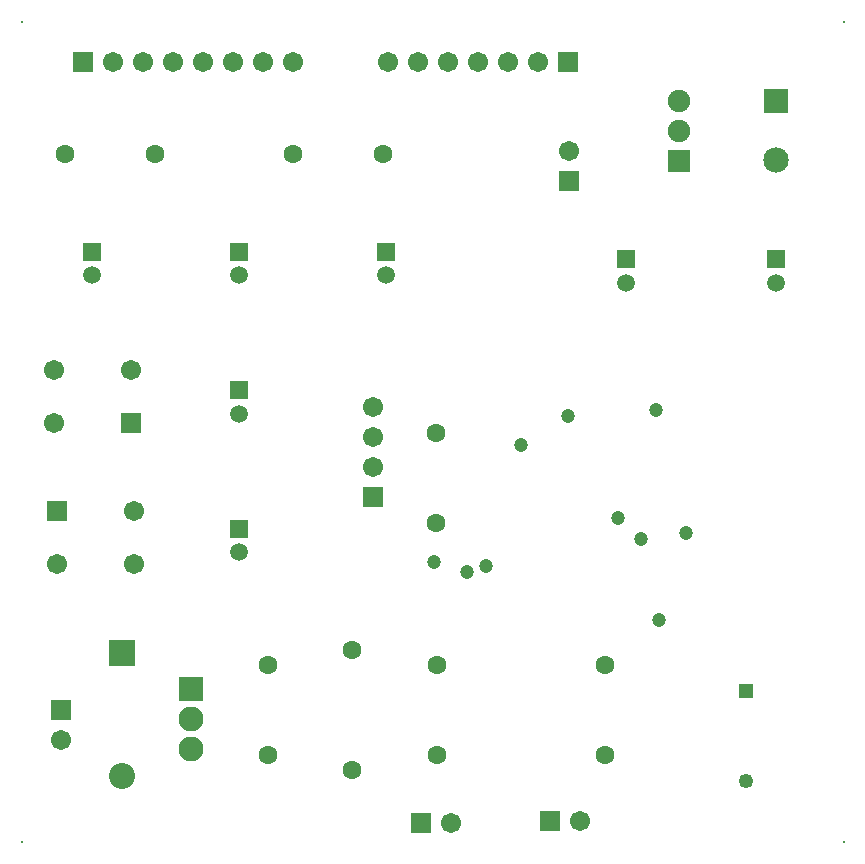
<source format=gbs>
G04*
G04 #@! TF.GenerationSoftware,Altium Limited,Altium Designer,22.4.2 (48)*
G04*
G04 Layer_Color=16711935*
%FSLAX25Y25*%
%MOIN*%
G70*
G04*
G04 #@! TF.SameCoordinates,09A78814-C825-4F20-898B-51866AA435C6*
G04*
G04*
G04 #@! TF.FilePolarity,Negative*
G04*
G01*
G75*
%ADD18R,0.05918X0.05918*%
%ADD19C,0.05918*%
%ADD20C,0.06312*%
%ADD21R,0.08477X0.08477*%
%ADD22C,0.08477*%
%ADD23R,0.07493X0.07493*%
%ADD24C,0.07493*%
%ADD25R,0.06706X0.06706*%
%ADD26C,0.06706*%
%ADD27R,0.06706X0.06706*%
%ADD28R,0.08359X0.08359*%
%ADD29C,0.08359*%
%ADD30C,0.08674*%
%ADD31R,0.08674X0.08674*%
%ADD32C,0.00800*%
%ADD33R,0.04921X0.04921*%
%ADD34C,0.04921*%
%ADD35C,0.04737*%
D18*
X213000Y205437D02*
D03*
X133000Y207874D02*
D03*
X84000D02*
D03*
Y115500D02*
D03*
Y161687D02*
D03*
X263000Y205437D02*
D03*
X35000Y207874D02*
D03*
D19*
X213000Y197563D02*
D03*
X84000Y107626D02*
D03*
Y200000D02*
D03*
Y153813D02*
D03*
X263000Y197563D02*
D03*
X133000Y200000D02*
D03*
X35000D02*
D03*
D20*
X149500Y117500D02*
D03*
Y147500D02*
D03*
X102000Y240500D02*
D03*
X149750Y70000D02*
D03*
Y40000D02*
D03*
X121625Y35000D02*
D03*
Y75000D02*
D03*
X206000Y40000D02*
D03*
Y70000D02*
D03*
X93500Y40000D02*
D03*
Y70000D02*
D03*
X26000Y240500D02*
D03*
X56000D02*
D03*
X132000D02*
D03*
D21*
X263000Y258000D02*
D03*
D22*
Y238315D02*
D03*
D23*
X230500Y238000D02*
D03*
D24*
Y248000D02*
D03*
Y258000D02*
D03*
D25*
X194000Y231500D02*
D03*
X24500Y55000D02*
D03*
X128500Y126000D02*
D03*
D26*
X194000Y241500D02*
D03*
X24500Y45000D02*
D03*
X128500Y136000D02*
D03*
Y146000D02*
D03*
Y156000D02*
D03*
X173500Y271000D02*
D03*
X183500D02*
D03*
X163500D02*
D03*
X153500D02*
D03*
X143500D02*
D03*
X133500D02*
D03*
X197500Y18000D02*
D03*
X23205Y103642D02*
D03*
X48795D02*
D03*
Y121358D02*
D03*
X102000Y271000D02*
D03*
X92000D02*
D03*
X82000D02*
D03*
X72000D02*
D03*
X62000D02*
D03*
X52000D02*
D03*
X42000D02*
D03*
X154500Y17500D02*
D03*
X47941Y168358D02*
D03*
X22350D02*
D03*
Y150642D02*
D03*
D27*
X193500Y271000D02*
D03*
X187500Y18000D02*
D03*
X23205Y121358D02*
D03*
X32000Y271000D02*
D03*
X144500Y17500D02*
D03*
X47941Y150642D02*
D03*
D28*
X68000Y62000D02*
D03*
D29*
Y52000D02*
D03*
Y42000D02*
D03*
D30*
X45000Y32909D02*
D03*
D31*
Y74091D02*
D03*
D32*
X11500Y284500D02*
D03*
X285500D02*
D03*
Y11000D02*
D03*
X11500D02*
D03*
D33*
X253000Y61461D02*
D03*
D34*
Y31539D02*
D03*
D35*
X166300Y103000D02*
D03*
X160000Y101000D02*
D03*
X177937Y143400D02*
D03*
X149000Y104500D02*
D03*
X232937Y113937D02*
D03*
X223953Y85000D02*
D03*
X210200Y119200D02*
D03*
X222800Y155100D02*
D03*
X193500Y153000D02*
D03*
X218000Y112000D02*
D03*
M02*

</source>
